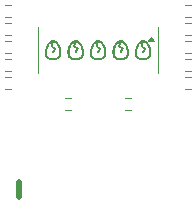
<source format=gbr>
%TF.GenerationSoftware,KiCad,Pcbnew,8.0.6*%
%TF.CreationDate,2025-01-11T11:08:49-05:00*%
%TF.ProjectId,RetroLite,52657472-6f4c-4697-9465-2e6b69636164,rev?*%
%TF.SameCoordinates,Original*%
%TF.FileFunction,Legend,Top*%
%TF.FilePolarity,Positive*%
%FSLAX46Y46*%
G04 Gerber Fmt 4.6, Leading zero omitted, Abs format (unit mm)*
G04 Created by KiCad (PCBNEW 8.0.6) date 2025-01-11 11:08:49*
%MOMM*%
%LPD*%
G01*
G04 APERTURE LIST*
%ADD10C,0.500000*%
%ADD11C,0.120000*%
%ADD12C,0.000000*%
G04 APERTURE END LIST*
D10*
X101904800Y-89916000D02*
X101904800Y-88646000D01*
D11*
%TO.C,R9*%
X116018542Y-76693500D02*
X116493058Y-76693500D01*
X116018542Y-77738500D02*
X116493058Y-77738500D01*
%TO.C,R2*%
X100778542Y-78217500D02*
X101253058Y-78217500D01*
X100778542Y-79262500D02*
X101253058Y-79262500D01*
%TO.C,R6*%
X116018542Y-79741500D02*
X116493058Y-79741500D01*
X116018542Y-80786500D02*
X116493058Y-80786500D01*
D12*
%TO.C,G\u002A\u002A\u002A*%
G36*
X110616400Y-76600823D02*
G01*
X110695227Y-76625660D01*
X110772024Y-76665569D01*
X110845907Y-76719336D01*
X110915996Y-76785744D01*
X110981407Y-76863579D01*
X111041260Y-76951626D01*
X111094671Y-77048668D01*
X111140760Y-77153492D01*
X111178644Y-77264880D01*
X111207441Y-77381619D01*
X111226268Y-77502493D01*
X111230589Y-77548773D01*
X111234023Y-77667767D01*
X111224978Y-77775526D01*
X111203007Y-77873528D01*
X111167663Y-77963252D01*
X111118498Y-78046176D01*
X111057565Y-78121101D01*
X110983609Y-78188257D01*
X110897970Y-78244251D01*
X110803121Y-78288217D01*
X110701534Y-78319294D01*
X110595681Y-78336617D01*
X110488034Y-78339322D01*
X110442757Y-78335879D01*
X110333458Y-78316162D01*
X110231789Y-78281665D01*
X110138941Y-78233136D01*
X110056105Y-78171321D01*
X109984472Y-78096969D01*
X109925493Y-78011277D01*
X109886460Y-77926997D01*
X109859089Y-77831632D01*
X109843377Y-77727147D01*
X109841009Y-77662013D01*
X110016476Y-77662013D01*
X110019451Y-77724998D01*
X110025970Y-77777777D01*
X110029040Y-77792683D01*
X110058038Y-77879470D01*
X110101361Y-77956806D01*
X110157977Y-78023638D01*
X110226852Y-78078912D01*
X110306955Y-78121575D01*
X110374501Y-78144860D01*
X110426135Y-78154652D01*
X110488015Y-78159783D01*
X110553493Y-78160185D01*
X110615922Y-78155789D01*
X110663336Y-78147833D01*
X110729483Y-78127143D01*
X110796047Y-78097173D01*
X110857138Y-78060992D01*
X110906868Y-78021671D01*
X110908667Y-78019952D01*
X110965848Y-77955008D01*
X111008602Y-77883682D01*
X111037588Y-77804278D01*
X111053463Y-77715099D01*
X111057167Y-77637087D01*
X111050162Y-77515301D01*
X111029905Y-77394095D01*
X110997392Y-77275998D01*
X110953620Y-77163540D01*
X110899585Y-77059251D01*
X110836284Y-76965661D01*
X110764715Y-76885298D01*
X110758700Y-76879553D01*
X110730747Y-76855394D01*
X110699086Y-76831465D01*
X110666978Y-76809795D01*
X110637681Y-76792416D01*
X110614456Y-76781359D01*
X110600562Y-76778654D01*
X110598655Y-76779835D01*
X110595458Y-76788915D01*
X110588340Y-76811561D01*
X110578297Y-76844538D01*
X110566324Y-76884612D01*
X110564040Y-76892329D01*
X110550622Y-76937684D01*
X110537836Y-76980780D01*
X110527112Y-77016811D01*
X110519879Y-77040966D01*
X110519768Y-77041331D01*
X110507818Y-77080926D01*
X110630767Y-77168244D01*
X110672873Y-77198564D01*
X110711279Y-77226992D01*
X110743115Y-77251345D01*
X110765514Y-77269441D01*
X110774170Y-77277353D01*
X110787682Y-77294975D01*
X110794730Y-77314050D01*
X110794761Y-77336824D01*
X110787225Y-77365541D01*
X110771566Y-77402445D01*
X110747235Y-77449780D01*
X110719440Y-77499683D01*
X110683178Y-77563104D01*
X110654081Y-77612910D01*
X110630906Y-77650841D01*
X110612413Y-77678637D01*
X110597360Y-77698037D01*
X110584505Y-77710781D01*
X110572606Y-77718609D01*
X110560423Y-77723260D01*
X110559748Y-77723451D01*
X110522325Y-77725704D01*
X110489054Y-77712665D01*
X110463823Y-77686548D01*
X110453386Y-77662948D01*
X110450123Y-77649253D01*
X110449481Y-77636054D01*
X110452469Y-77620836D01*
X110460092Y-77601086D01*
X110473358Y-77574291D01*
X110493271Y-77537935D01*
X110520840Y-77489506D01*
X110527416Y-77478053D01*
X110550314Y-77438027D01*
X110569755Y-77403705D01*
X110584228Y-77377783D01*
X110592221Y-77362956D01*
X110593315Y-77360537D01*
X110586540Y-77354820D01*
X110567704Y-77340641D01*
X110539046Y-77319640D01*
X110502802Y-77293458D01*
X110462483Y-77264639D01*
X110416246Y-77230936D01*
X110377503Y-77201082D01*
X110348192Y-77176663D01*
X110330245Y-77159265D01*
X110325547Y-77152341D01*
X110321684Y-77136002D01*
X110320771Y-77117705D01*
X110323311Y-77094658D01*
X110329807Y-77064069D01*
X110340762Y-77023145D01*
X110356678Y-76969093D01*
X110361290Y-76953865D01*
X110374770Y-76908360D01*
X110385780Y-76868951D01*
X110393556Y-76838563D01*
X110397334Y-76820119D01*
X110397323Y-76815956D01*
X110387843Y-76818048D01*
X110368997Y-76830715D01*
X110343413Y-76851785D01*
X110313722Y-76879084D01*
X110282553Y-76910439D01*
X110280924Y-76912157D01*
X110219160Y-76987843D01*
X110162893Y-77077309D01*
X110113616Y-77177296D01*
X110072818Y-77284544D01*
X110041990Y-77395792D01*
X110028849Y-77463413D01*
X110021172Y-77526063D01*
X110017049Y-77593982D01*
X110016476Y-77662013D01*
X109841009Y-77662013D01*
X109839319Y-77615508D01*
X109846911Y-77498680D01*
X109866149Y-77378627D01*
X109897027Y-77257316D01*
X109927359Y-77167920D01*
X109975902Y-77054639D01*
X110031905Y-76951506D01*
X110094375Y-76859457D01*
X110162319Y-76779432D01*
X110234744Y-76712369D01*
X110310658Y-76659206D01*
X110389068Y-76620882D01*
X110468981Y-76598334D01*
X110536423Y-76592274D01*
X110616400Y-76600823D01*
G37*
D11*
%TO.C,U1*%
X103575800Y-77470000D02*
X103575800Y-75520000D01*
X103575800Y-77470000D02*
X103575800Y-79420000D01*
X113695800Y-77470000D02*
X113695800Y-75520000D01*
X113695800Y-77470000D02*
X113695800Y-79420000D01*
X113320800Y-76657000D02*
X112840800Y-76657000D01*
X113080800Y-76327000D01*
X113320800Y-76657000D01*
G36*
X113320800Y-76657000D02*
G01*
X112840800Y-76657000D01*
X113080800Y-76327000D01*
X113320800Y-76657000D01*
G37*
D12*
%TO.C,G\u002A\u002A\u002A*%
G36*
X106806400Y-76600823D02*
G01*
X106885227Y-76625660D01*
X106962024Y-76665569D01*
X107035907Y-76719336D01*
X107105996Y-76785744D01*
X107171407Y-76863579D01*
X107231260Y-76951626D01*
X107284671Y-77048668D01*
X107330760Y-77153492D01*
X107368644Y-77264880D01*
X107397441Y-77381619D01*
X107416268Y-77502493D01*
X107420589Y-77548773D01*
X107424023Y-77667767D01*
X107414978Y-77775526D01*
X107393007Y-77873528D01*
X107357663Y-77963252D01*
X107308498Y-78046176D01*
X107247565Y-78121101D01*
X107173609Y-78188257D01*
X107087970Y-78244251D01*
X106993121Y-78288217D01*
X106891534Y-78319294D01*
X106785681Y-78336617D01*
X106678034Y-78339322D01*
X106632757Y-78335879D01*
X106523458Y-78316162D01*
X106421789Y-78281665D01*
X106328941Y-78233136D01*
X106246105Y-78171321D01*
X106174472Y-78096969D01*
X106115493Y-78011277D01*
X106076460Y-77926997D01*
X106049089Y-77831632D01*
X106033377Y-77727147D01*
X106031009Y-77662013D01*
X106206476Y-77662013D01*
X106209451Y-77724998D01*
X106215970Y-77777777D01*
X106219040Y-77792683D01*
X106248038Y-77879470D01*
X106291361Y-77956806D01*
X106347977Y-78023638D01*
X106416852Y-78078912D01*
X106496955Y-78121575D01*
X106564501Y-78144860D01*
X106616135Y-78154652D01*
X106678015Y-78159783D01*
X106743493Y-78160185D01*
X106805922Y-78155789D01*
X106853336Y-78147833D01*
X106919483Y-78127143D01*
X106986047Y-78097173D01*
X107047138Y-78060992D01*
X107096868Y-78021671D01*
X107098667Y-78019952D01*
X107155848Y-77955008D01*
X107198602Y-77883682D01*
X107227588Y-77804278D01*
X107243463Y-77715099D01*
X107247167Y-77637087D01*
X107240162Y-77515301D01*
X107219905Y-77394095D01*
X107187392Y-77275998D01*
X107143620Y-77163540D01*
X107089585Y-77059251D01*
X107026284Y-76965661D01*
X106954715Y-76885298D01*
X106948700Y-76879553D01*
X106920747Y-76855394D01*
X106889086Y-76831465D01*
X106856978Y-76809795D01*
X106827681Y-76792416D01*
X106804456Y-76781359D01*
X106790562Y-76778654D01*
X106788655Y-76779835D01*
X106785458Y-76788915D01*
X106778340Y-76811561D01*
X106768297Y-76844538D01*
X106756324Y-76884612D01*
X106754040Y-76892329D01*
X106740622Y-76937684D01*
X106727836Y-76980780D01*
X106717112Y-77016811D01*
X106709879Y-77040966D01*
X106709768Y-77041331D01*
X106697818Y-77080926D01*
X106820767Y-77168244D01*
X106862873Y-77198564D01*
X106901279Y-77226992D01*
X106933115Y-77251345D01*
X106955514Y-77269441D01*
X106964170Y-77277353D01*
X106977682Y-77294975D01*
X106984730Y-77314050D01*
X106984761Y-77336824D01*
X106977225Y-77365541D01*
X106961566Y-77402445D01*
X106937235Y-77449780D01*
X106909440Y-77499683D01*
X106873178Y-77563104D01*
X106844081Y-77612910D01*
X106820906Y-77650841D01*
X106802413Y-77678637D01*
X106787360Y-77698037D01*
X106774505Y-77710781D01*
X106762606Y-77718609D01*
X106750423Y-77723260D01*
X106749748Y-77723451D01*
X106712325Y-77725704D01*
X106679054Y-77712665D01*
X106653823Y-77686548D01*
X106643386Y-77662948D01*
X106640123Y-77649253D01*
X106639481Y-77636054D01*
X106642469Y-77620836D01*
X106650092Y-77601086D01*
X106663358Y-77574291D01*
X106683271Y-77537935D01*
X106710840Y-77489506D01*
X106717416Y-77478053D01*
X106740314Y-77438027D01*
X106759755Y-77403705D01*
X106774228Y-77377783D01*
X106782221Y-77362956D01*
X106783315Y-77360537D01*
X106776540Y-77354820D01*
X106757704Y-77340641D01*
X106729046Y-77319640D01*
X106692802Y-77293458D01*
X106652483Y-77264639D01*
X106606246Y-77230936D01*
X106567503Y-77201082D01*
X106538192Y-77176663D01*
X106520245Y-77159265D01*
X106515547Y-77152341D01*
X106511684Y-77136002D01*
X106510771Y-77117705D01*
X106513311Y-77094658D01*
X106519807Y-77064069D01*
X106530762Y-77023145D01*
X106546678Y-76969093D01*
X106551290Y-76953865D01*
X106564770Y-76908360D01*
X106575780Y-76868951D01*
X106583556Y-76838563D01*
X106587334Y-76820119D01*
X106587323Y-76815956D01*
X106577843Y-76818048D01*
X106558997Y-76830715D01*
X106533413Y-76851785D01*
X106503722Y-76879084D01*
X106472553Y-76910439D01*
X106470924Y-76912157D01*
X106409160Y-76987843D01*
X106352893Y-77077309D01*
X106303616Y-77177296D01*
X106262818Y-77284544D01*
X106231990Y-77395792D01*
X106218849Y-77463413D01*
X106211172Y-77526063D01*
X106207049Y-77593982D01*
X106206476Y-77662013D01*
X106031009Y-77662013D01*
X106029319Y-77615508D01*
X106036911Y-77498680D01*
X106056149Y-77378627D01*
X106087027Y-77257316D01*
X106117359Y-77167920D01*
X106165902Y-77054639D01*
X106221905Y-76951506D01*
X106284375Y-76859457D01*
X106352319Y-76779432D01*
X106424744Y-76712369D01*
X106500658Y-76659206D01*
X106579068Y-76620882D01*
X106658981Y-76598334D01*
X106726423Y-76592274D01*
X106806400Y-76600823D01*
G37*
D11*
%TO.C,R11*%
X101253058Y-73645500D02*
X100778542Y-73645500D01*
X101253058Y-74690500D02*
X100778542Y-74690500D01*
D12*
%TO.C,G\u002A\u002A\u002A*%
G36*
X112521400Y-76600823D02*
G01*
X112600227Y-76625660D01*
X112677024Y-76665569D01*
X112750907Y-76719336D01*
X112820996Y-76785744D01*
X112886407Y-76863579D01*
X112946260Y-76951626D01*
X112999671Y-77048668D01*
X113045760Y-77153492D01*
X113083644Y-77264880D01*
X113112441Y-77381619D01*
X113131268Y-77502493D01*
X113135589Y-77548773D01*
X113139023Y-77667767D01*
X113129978Y-77775526D01*
X113108007Y-77873528D01*
X113072663Y-77963252D01*
X113023498Y-78046176D01*
X112962565Y-78121101D01*
X112888609Y-78188257D01*
X112802970Y-78244251D01*
X112708121Y-78288217D01*
X112606534Y-78319294D01*
X112500681Y-78336617D01*
X112393034Y-78339322D01*
X112347757Y-78335879D01*
X112238458Y-78316162D01*
X112136789Y-78281665D01*
X112043941Y-78233136D01*
X111961105Y-78171321D01*
X111889472Y-78096969D01*
X111830493Y-78011277D01*
X111791460Y-77926997D01*
X111764089Y-77831632D01*
X111748377Y-77727147D01*
X111746009Y-77662013D01*
X111921476Y-77662013D01*
X111924451Y-77724998D01*
X111930970Y-77777777D01*
X111934040Y-77792683D01*
X111963038Y-77879470D01*
X112006361Y-77956806D01*
X112062977Y-78023638D01*
X112131852Y-78078912D01*
X112211955Y-78121575D01*
X112279501Y-78144860D01*
X112331135Y-78154652D01*
X112393015Y-78159783D01*
X112458493Y-78160185D01*
X112520922Y-78155789D01*
X112568336Y-78147833D01*
X112634483Y-78127143D01*
X112701047Y-78097173D01*
X112762138Y-78060992D01*
X112811868Y-78021671D01*
X112813667Y-78019952D01*
X112870848Y-77955008D01*
X112913602Y-77883682D01*
X112942588Y-77804278D01*
X112958463Y-77715099D01*
X112962167Y-77637087D01*
X112955162Y-77515301D01*
X112934905Y-77394095D01*
X112902392Y-77275998D01*
X112858620Y-77163540D01*
X112804585Y-77059251D01*
X112741284Y-76965661D01*
X112669715Y-76885298D01*
X112663700Y-76879553D01*
X112635747Y-76855394D01*
X112604086Y-76831465D01*
X112571978Y-76809795D01*
X112542681Y-76792416D01*
X112519456Y-76781359D01*
X112505562Y-76778654D01*
X112503655Y-76779835D01*
X112500458Y-76788915D01*
X112493340Y-76811561D01*
X112483297Y-76844538D01*
X112471324Y-76884612D01*
X112469040Y-76892329D01*
X112455622Y-76937684D01*
X112442836Y-76980780D01*
X112432112Y-77016811D01*
X112424879Y-77040966D01*
X112424768Y-77041331D01*
X112412818Y-77080926D01*
X112535767Y-77168244D01*
X112577873Y-77198564D01*
X112616279Y-77226992D01*
X112648115Y-77251345D01*
X112670514Y-77269441D01*
X112679170Y-77277353D01*
X112692682Y-77294975D01*
X112699730Y-77314050D01*
X112699761Y-77336824D01*
X112692225Y-77365541D01*
X112676566Y-77402445D01*
X112652235Y-77449780D01*
X112624440Y-77499683D01*
X112588178Y-77563104D01*
X112559081Y-77612910D01*
X112535906Y-77650841D01*
X112517413Y-77678637D01*
X112502360Y-77698037D01*
X112489505Y-77710781D01*
X112477606Y-77718609D01*
X112465423Y-77723260D01*
X112464748Y-77723451D01*
X112427325Y-77725704D01*
X112394054Y-77712665D01*
X112368823Y-77686548D01*
X112358386Y-77662948D01*
X112355123Y-77649253D01*
X112354481Y-77636054D01*
X112357469Y-77620836D01*
X112365092Y-77601086D01*
X112378358Y-77574291D01*
X112398271Y-77537935D01*
X112425840Y-77489506D01*
X112432416Y-77478053D01*
X112455314Y-77438027D01*
X112474755Y-77403705D01*
X112489228Y-77377783D01*
X112497221Y-77362956D01*
X112498315Y-77360537D01*
X112491540Y-77354820D01*
X112472704Y-77340641D01*
X112444046Y-77319640D01*
X112407802Y-77293458D01*
X112367483Y-77264639D01*
X112321246Y-77230936D01*
X112282503Y-77201082D01*
X112253192Y-77176663D01*
X112235245Y-77159265D01*
X112230547Y-77152341D01*
X112226684Y-77136002D01*
X112225771Y-77117705D01*
X112228311Y-77094658D01*
X112234807Y-77064069D01*
X112245762Y-77023145D01*
X112261678Y-76969093D01*
X112266290Y-76953865D01*
X112279770Y-76908360D01*
X112290780Y-76868951D01*
X112298556Y-76838563D01*
X112302334Y-76820119D01*
X112302323Y-76815956D01*
X112292843Y-76818048D01*
X112273997Y-76830715D01*
X112248413Y-76851785D01*
X112218722Y-76879084D01*
X112187553Y-76910439D01*
X112185924Y-76912157D01*
X112124160Y-76987843D01*
X112067893Y-77077309D01*
X112018616Y-77177296D01*
X111977818Y-77284544D01*
X111946990Y-77395792D01*
X111933849Y-77463413D01*
X111926172Y-77526063D01*
X111922049Y-77593982D01*
X111921476Y-77662013D01*
X111746009Y-77662013D01*
X111744319Y-77615508D01*
X111751911Y-77498680D01*
X111771149Y-77378627D01*
X111802027Y-77257316D01*
X111832359Y-77167920D01*
X111880902Y-77054639D01*
X111936905Y-76951506D01*
X111999375Y-76859457D01*
X112067319Y-76779432D01*
X112139744Y-76712369D01*
X112215658Y-76659206D01*
X112294068Y-76620882D01*
X112373981Y-76598334D01*
X112441423Y-76592274D01*
X112521400Y-76600823D01*
G37*
G36*
X108711400Y-76600823D02*
G01*
X108790227Y-76625660D01*
X108867024Y-76665569D01*
X108940907Y-76719336D01*
X109010996Y-76785744D01*
X109076407Y-76863579D01*
X109136260Y-76951626D01*
X109189671Y-77048668D01*
X109235760Y-77153492D01*
X109273644Y-77264880D01*
X109302441Y-77381619D01*
X109321268Y-77502493D01*
X109325589Y-77548773D01*
X109329023Y-77667767D01*
X109319978Y-77775526D01*
X109298007Y-77873528D01*
X109262663Y-77963252D01*
X109213498Y-78046176D01*
X109152565Y-78121101D01*
X109078609Y-78188257D01*
X108992970Y-78244251D01*
X108898121Y-78288217D01*
X108796534Y-78319294D01*
X108690681Y-78336617D01*
X108583034Y-78339322D01*
X108537757Y-78335879D01*
X108428458Y-78316162D01*
X108326789Y-78281665D01*
X108233941Y-78233136D01*
X108151105Y-78171321D01*
X108079472Y-78096969D01*
X108020493Y-78011277D01*
X107981460Y-77926997D01*
X107954089Y-77831632D01*
X107938377Y-77727147D01*
X107936009Y-77662013D01*
X108111476Y-77662013D01*
X108114451Y-77724998D01*
X108120970Y-77777777D01*
X108124040Y-77792683D01*
X108153038Y-77879470D01*
X108196361Y-77956806D01*
X108252977Y-78023638D01*
X108321852Y-78078912D01*
X108401955Y-78121575D01*
X108469501Y-78144860D01*
X108521135Y-78154652D01*
X108583015Y-78159783D01*
X108648493Y-78160185D01*
X108710922Y-78155789D01*
X108758336Y-78147833D01*
X108824483Y-78127143D01*
X108891047Y-78097173D01*
X108952138Y-78060992D01*
X109001868Y-78021671D01*
X109003667Y-78019952D01*
X109060848Y-77955008D01*
X109103602Y-77883682D01*
X109132588Y-77804278D01*
X109148463Y-77715099D01*
X109152167Y-77637087D01*
X109145162Y-77515301D01*
X109124905Y-77394095D01*
X109092392Y-77275998D01*
X109048620Y-77163540D01*
X108994585Y-77059251D01*
X108931284Y-76965661D01*
X108859715Y-76885298D01*
X108853700Y-76879553D01*
X108825747Y-76855394D01*
X108794086Y-76831465D01*
X108761978Y-76809795D01*
X108732681Y-76792416D01*
X108709456Y-76781359D01*
X108695562Y-76778654D01*
X108693655Y-76779835D01*
X108690458Y-76788915D01*
X108683340Y-76811561D01*
X108673297Y-76844538D01*
X108661324Y-76884612D01*
X108659040Y-76892329D01*
X108645622Y-76937684D01*
X108632836Y-76980780D01*
X108622112Y-77016811D01*
X108614879Y-77040966D01*
X108614768Y-77041331D01*
X108602818Y-77080926D01*
X108725767Y-77168244D01*
X108767873Y-77198564D01*
X108806279Y-77226992D01*
X108838115Y-77251345D01*
X108860514Y-77269441D01*
X108869170Y-77277353D01*
X108882682Y-77294975D01*
X108889730Y-77314050D01*
X108889761Y-77336824D01*
X108882225Y-77365541D01*
X108866566Y-77402445D01*
X108842235Y-77449780D01*
X108814440Y-77499683D01*
X108778178Y-77563104D01*
X108749081Y-77612910D01*
X108725906Y-77650841D01*
X108707413Y-77678637D01*
X108692360Y-77698037D01*
X108679505Y-77710781D01*
X108667606Y-77718609D01*
X108655423Y-77723260D01*
X108654748Y-77723451D01*
X108617325Y-77725704D01*
X108584054Y-77712665D01*
X108558823Y-77686548D01*
X108548386Y-77662948D01*
X108545123Y-77649253D01*
X108544481Y-77636054D01*
X108547469Y-77620836D01*
X108555092Y-77601086D01*
X108568358Y-77574291D01*
X108588271Y-77537935D01*
X108615840Y-77489506D01*
X108622416Y-77478053D01*
X108645314Y-77438027D01*
X108664755Y-77403705D01*
X108679228Y-77377783D01*
X108687221Y-77362956D01*
X108688315Y-77360537D01*
X108681540Y-77354820D01*
X108662704Y-77340641D01*
X108634046Y-77319640D01*
X108597802Y-77293458D01*
X108557483Y-77264639D01*
X108511246Y-77230936D01*
X108472503Y-77201082D01*
X108443192Y-77176663D01*
X108425245Y-77159265D01*
X108420547Y-77152341D01*
X108416684Y-77136002D01*
X108415771Y-77117705D01*
X108418311Y-77094658D01*
X108424807Y-77064069D01*
X108435762Y-77023145D01*
X108451678Y-76969093D01*
X108456290Y-76953865D01*
X108469770Y-76908360D01*
X108480780Y-76868951D01*
X108488556Y-76838563D01*
X108492334Y-76820119D01*
X108492323Y-76815956D01*
X108482843Y-76818048D01*
X108463997Y-76830715D01*
X108438413Y-76851785D01*
X108408722Y-76879084D01*
X108377553Y-76910439D01*
X108375924Y-76912157D01*
X108314160Y-76987843D01*
X108257893Y-77077309D01*
X108208616Y-77177296D01*
X108167818Y-77284544D01*
X108136990Y-77395792D01*
X108123849Y-77463413D01*
X108116172Y-77526063D01*
X108112049Y-77593982D01*
X108111476Y-77662013D01*
X107936009Y-77662013D01*
X107934319Y-77615508D01*
X107941911Y-77498680D01*
X107961149Y-77378627D01*
X107992027Y-77257316D01*
X108022359Y-77167920D01*
X108070902Y-77054639D01*
X108126905Y-76951506D01*
X108189375Y-76859457D01*
X108257319Y-76779432D01*
X108329744Y-76712369D01*
X108405658Y-76659206D01*
X108484068Y-76620882D01*
X108563981Y-76598334D01*
X108631423Y-76592274D01*
X108711400Y-76600823D01*
G37*
D11*
%TO.C,R4*%
X111413058Y-81519500D02*
X110938542Y-81519500D01*
X111413058Y-82564500D02*
X110938542Y-82564500D01*
%TO.C,R3*%
X100778542Y-76693500D02*
X101253058Y-76693500D01*
X100778542Y-77738500D02*
X101253058Y-77738500D01*
D12*
%TO.C,G\u002A\u002A\u002A*%
G36*
X104901400Y-76600823D02*
G01*
X104980227Y-76625660D01*
X105057024Y-76665569D01*
X105130907Y-76719336D01*
X105200996Y-76785744D01*
X105266407Y-76863579D01*
X105326260Y-76951626D01*
X105379671Y-77048668D01*
X105425760Y-77153492D01*
X105463644Y-77264880D01*
X105492441Y-77381619D01*
X105511268Y-77502493D01*
X105515589Y-77548773D01*
X105519023Y-77667767D01*
X105509978Y-77775526D01*
X105488007Y-77873528D01*
X105452663Y-77963252D01*
X105403498Y-78046176D01*
X105342565Y-78121101D01*
X105268609Y-78188257D01*
X105182970Y-78244251D01*
X105088121Y-78288217D01*
X104986534Y-78319294D01*
X104880681Y-78336617D01*
X104773034Y-78339322D01*
X104727757Y-78335879D01*
X104618458Y-78316162D01*
X104516789Y-78281665D01*
X104423941Y-78233136D01*
X104341105Y-78171321D01*
X104269472Y-78096969D01*
X104210493Y-78011277D01*
X104171460Y-77926997D01*
X104144089Y-77831632D01*
X104128377Y-77727147D01*
X104126009Y-77662013D01*
X104301476Y-77662013D01*
X104304451Y-77724998D01*
X104310970Y-77777777D01*
X104314040Y-77792683D01*
X104343038Y-77879470D01*
X104386361Y-77956806D01*
X104442977Y-78023638D01*
X104511852Y-78078912D01*
X104591955Y-78121575D01*
X104659501Y-78144860D01*
X104711135Y-78154652D01*
X104773015Y-78159783D01*
X104838493Y-78160185D01*
X104900922Y-78155789D01*
X104948336Y-78147833D01*
X105014483Y-78127143D01*
X105081047Y-78097173D01*
X105142138Y-78060992D01*
X105191868Y-78021671D01*
X105193667Y-78019952D01*
X105250848Y-77955008D01*
X105293602Y-77883682D01*
X105322588Y-77804278D01*
X105338463Y-77715099D01*
X105342167Y-77637087D01*
X105335162Y-77515301D01*
X105314905Y-77394095D01*
X105282392Y-77275998D01*
X105238620Y-77163540D01*
X105184585Y-77059251D01*
X105121284Y-76965661D01*
X105049715Y-76885298D01*
X105043700Y-76879553D01*
X105015747Y-76855394D01*
X104984086Y-76831465D01*
X104951978Y-76809795D01*
X104922681Y-76792416D01*
X104899456Y-76781359D01*
X104885562Y-76778654D01*
X104883655Y-76779835D01*
X104880458Y-76788915D01*
X104873340Y-76811561D01*
X104863297Y-76844538D01*
X104851324Y-76884612D01*
X104849040Y-76892329D01*
X104835622Y-76937684D01*
X104822836Y-76980780D01*
X104812112Y-77016811D01*
X104804879Y-77040966D01*
X104804768Y-77041331D01*
X104792818Y-77080926D01*
X104915767Y-77168244D01*
X104957873Y-77198564D01*
X104996279Y-77226992D01*
X105028115Y-77251345D01*
X105050514Y-77269441D01*
X105059170Y-77277353D01*
X105072682Y-77294975D01*
X105079730Y-77314050D01*
X105079761Y-77336824D01*
X105072225Y-77365541D01*
X105056566Y-77402445D01*
X105032235Y-77449780D01*
X105004440Y-77499683D01*
X104968178Y-77563104D01*
X104939081Y-77612910D01*
X104915906Y-77650841D01*
X104897413Y-77678637D01*
X104882360Y-77698037D01*
X104869505Y-77710781D01*
X104857606Y-77718609D01*
X104845423Y-77723260D01*
X104844748Y-77723451D01*
X104807325Y-77725704D01*
X104774054Y-77712665D01*
X104748823Y-77686548D01*
X104738386Y-77662948D01*
X104735123Y-77649253D01*
X104734481Y-77636054D01*
X104737469Y-77620836D01*
X104745092Y-77601086D01*
X104758358Y-77574291D01*
X104778271Y-77537935D01*
X104805840Y-77489506D01*
X104812416Y-77478053D01*
X104835314Y-77438027D01*
X104854755Y-77403705D01*
X104869228Y-77377783D01*
X104877221Y-77362956D01*
X104878315Y-77360537D01*
X104871540Y-77354820D01*
X104852704Y-77340641D01*
X104824046Y-77319640D01*
X104787802Y-77293458D01*
X104747483Y-77264639D01*
X104701246Y-77230936D01*
X104662503Y-77201082D01*
X104633192Y-77176663D01*
X104615245Y-77159265D01*
X104610547Y-77152341D01*
X104606684Y-77136002D01*
X104605771Y-77117705D01*
X104608311Y-77094658D01*
X104614807Y-77064069D01*
X104625762Y-77023145D01*
X104641678Y-76969093D01*
X104646290Y-76953865D01*
X104659770Y-76908360D01*
X104670780Y-76868951D01*
X104678556Y-76838563D01*
X104682334Y-76820119D01*
X104682323Y-76815956D01*
X104672843Y-76818048D01*
X104653997Y-76830715D01*
X104628413Y-76851785D01*
X104598722Y-76879084D01*
X104567553Y-76910439D01*
X104565924Y-76912157D01*
X104504160Y-76987843D01*
X104447893Y-77077309D01*
X104398616Y-77177296D01*
X104357818Y-77284544D01*
X104326990Y-77395792D01*
X104313849Y-77463413D01*
X104306172Y-77526063D01*
X104302049Y-77593982D01*
X104301476Y-77662013D01*
X104126009Y-77662013D01*
X104124319Y-77615508D01*
X104131911Y-77498680D01*
X104151149Y-77378627D01*
X104182027Y-77257316D01*
X104212359Y-77167920D01*
X104260902Y-77054639D01*
X104316905Y-76951506D01*
X104379375Y-76859457D01*
X104447319Y-76779432D01*
X104519744Y-76712369D01*
X104595658Y-76659206D01*
X104674068Y-76620882D01*
X104753981Y-76598334D01*
X104821423Y-76592274D01*
X104901400Y-76600823D01*
G37*
D11*
%TO.C,R1*%
X100778542Y-79741500D02*
X101253058Y-79741500D01*
X100778542Y-80786500D02*
X101253058Y-80786500D01*
%TO.C,R12*%
X116018542Y-78217500D02*
X116493058Y-78217500D01*
X116018542Y-79262500D02*
X116493058Y-79262500D01*
%TO.C,R7*%
X116018542Y-73645500D02*
X116493058Y-73645500D01*
X116018542Y-74690500D02*
X116493058Y-74690500D01*
%TO.C,R5*%
X105858542Y-81519500D02*
X106333058Y-81519500D01*
X105858542Y-82564500D02*
X106333058Y-82564500D01*
%TO.C,R8*%
X116018542Y-75169500D02*
X116493058Y-75169500D01*
X116018542Y-76214500D02*
X116493058Y-76214500D01*
%TO.C,R10*%
X101253058Y-75169500D02*
X100778542Y-75169500D01*
X101253058Y-76214500D02*
X100778542Y-76214500D01*
%TD*%
M02*

</source>
